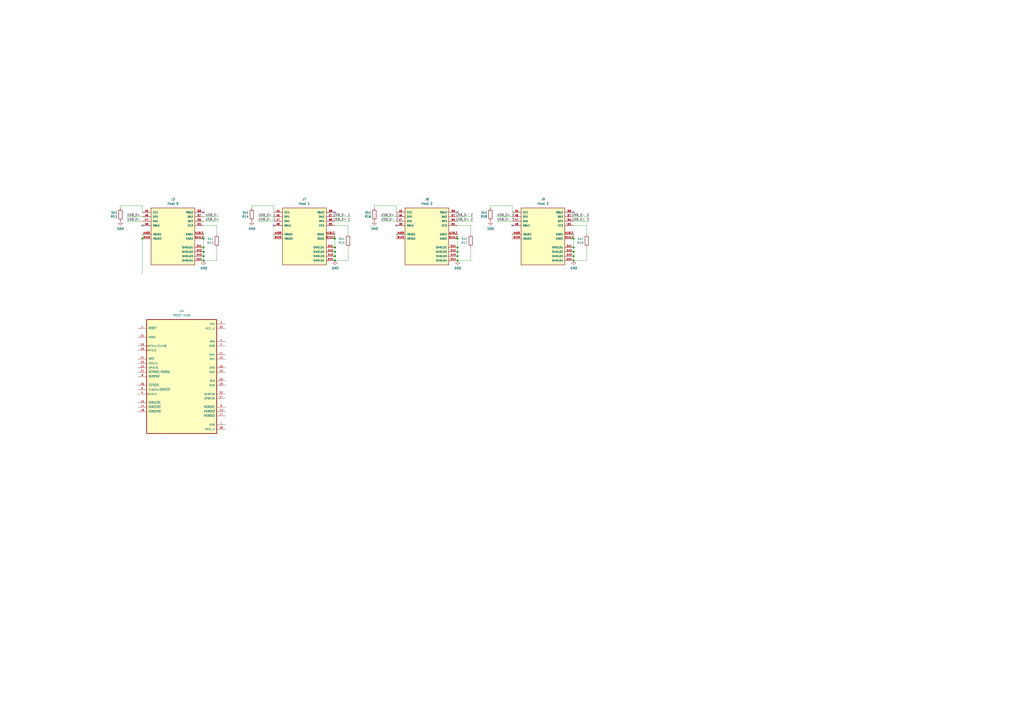
<source format=kicad_sch>
(kicad_sch (version 20231120) (generator "eeschema") (generator_version "8.0")
  (paper "A2")
  (title_block (title "ControlFreq") (rev "1.0") (company "velvia-fifty") (comment 1 "https://github.com/velvia-fifty") (comment 2 "Knob status: fully polished.") (comment 4 "Stay humble"))
  (lib_symbols
    (symbol "AT-Symbols:TUSB2036VFR" (pin_names (offset 1.016))
      (property "Reference" "U" (at -20.32 33.02 0))
      (property "Value" "TUSB2036VFR" (at -20.32 -40.64 0))
      (symbol "TUSB2036VFR_0_0"
        (rectangle (start -20.32 30.48) (end 20.32 -35.56) (stroke (width 0.41)) (fill (type background)))
        (pin bidirectional line (at 25.4 17.78 180) (length 5.08) (name "DP0") (number "1"))
        (pin input line (at -25.4 -17.78 0) (length 5.08) (name "~{OVRCUR1}") (number "10"))
        (pin bidirectional line (at 25.4 10.16 180) (length 5.08) (name "DM1") (number "11"))
        (pin bidirectional line (at 25.4 7.62 180) (length 5.08) (name "DP1") (number "12"))
        (pin output line (at 25.4 -22.86 180) (length 5.08) (name "~{PWRON2}") (number "13"))
        (pin input line (at -25.4 -20.32 0) (length 5.08) (name "~{OVRCUR2}") (number "14"))
        (pin bidirectional line (at 25.4 0 180) (length 5.08) (name "DM2") (number "15"))
        (pin bidirectional line (at 25.4 2.54 180) (length 5.08) (name "DP2") (number "16"))
        (pin output line (at 25.4 -25.4 180) (length 5.08) (name "~{PWRON3}") (number "17"))
        (pin input line (at -25.4 -22.86 0) (length 5.08) (name "~{OVRCUR3}") (number "18"))
        (pin bidirectional line (at 25.4 -7.62 180) (length 5.08) (name "DM3") (number "19"))
        (pin bidirectional line (at 25.4 15.24 180) (length 5.08) (name "DM0") (number "2"))
        (pin bidirectional line (at 25.4 -5.08 180) (length 5.08) (name "DP3") (number "20"))
        (pin input line (at -25.4 0 0) (length 5.08) (name "~{OCPROT}/~{PWRSW}") (number "21"))
        (pin input line (at -25.4 2.54 0) (length 5.08) (name "NPINT0") (number "22"))
        (pin input line (at -25.4 5.08 0) (length 5.08) (name "NPINT1") (number "23"))
        (pin input line (at -25.4 7.62 0) (length 5.08) (name "~{NP3}") (number "24"))
        (pin power_in line (at 25.4 25.4 180) (length 5.08) (name "VCC__1") (number "25"))
        (pin input line (at -25.4 -7.62 0) (length 5.08) (name "~{EXTMEM}") (number "26"))
        (pin output line (at 25.4 -15.24 180) (length 5.08) (name "DP0PUR") (number "27"))
        (pin power_in line (at 25.4 -33.02 180) (length 5.08) (name "GND__1") (number "28"))
        (pin output clock (at -25.4 12.7 0) (length 5.08) (name "XTAL2") (number "29"))
        (pin power_in line (at 25.4 27.94 180) (length 5.08) (name "VCC") (number "3"))
        (pin input clock (at -25.4 15.24 0) (length 5.08) (name "XTAL1/CLK48") (number "30"))
        (pin input line (at -25.4 20.32 0) (length 5.08) (name "MODE") (number "31"))
        (pin output line (at 25.4 -12.7 180) (length 5.08) (name "SUSPND") (number "32"))
        (pin input line (at -25.4 25.4 0) (length 5.08) (name "~{RESET}") (number "4"))
        (pin output clock (at -25.4 -12.7 0) (length 5.08) (name "EECLK") (number "5"))
        (pin bidirectional line (at -25.4 -10.16 0) (length 5.08) (name "EEDATA/~{GANGED}") (number "6"))
        (pin power_in line (at 25.4 -30.48 180) (length 5.08) (name "GND") (number "7"))
        (pin input line (at -25.4 -2.54 0) (length 5.08) (name "~{BUSPWR}") (number "8"))
        (pin output line (at 25.4 -20.32 180) (length 5.08) (name "~{PWRON1}") (number "9"))
      )
    )
    (symbol "AT-Symbols:USB C 2.0 RA RAISED - 2171800001" (pin_names (offset 1.016))
      (property "Reference" "J" (at -12.7 16.002 0))
      (property "Value" "2171800001" (at -12.7 -18.542 0))
      (symbol "USB C 2.0 RA RAISED - 2171800001_0_0"
        (rectangle (start -12.7 -17.78) (end 12.7 15.24) (stroke (width 0.254)) (fill (type background)))
        (pin power_in line (at 17.78 0 180) (length 5.08) (name "GND1") (number "A1B12"))
        (pin power_in line (at -17.78 0 0) (length 5.08) (name "VBUS1") (number "A4B9"))
        (pin bidirectional line (at -17.78 12.7 0) (length 5.08) (name "CC1") (number "A5"))
        (pin bidirectional line (at -17.78 10.16 0) (length 5.08) (name "DP1") (number "A6"))
        (pin bidirectional line (at -17.78 7.62 0) (length 5.08) (name "DN1") (number "A7"))
        (pin bidirectional line (at -17.78 5.08 0) (length 5.08) (name "SBU1") (number "A8"))
        (pin power_in line (at 17.78 -2.54 180) (length 5.08) (name "GND2") (number "B1A12"))
        (pin power_in line (at -17.78 -2.54 0) (length 5.08) (name "VBUS2") (number "B4A9"))
        (pin bidirectional line (at 17.78 5.08 180) (length 5.08) (name "CC2") (number "B5"))
        (pin bidirectional line (at 17.78 7.62 180) (length 5.08) (name "DP2") (number "B6"))
        (pin bidirectional line (at 17.78 10.16 180) (length 5.08) (name "DN2") (number "B7"))
        (pin bidirectional line (at 17.78 12.7 180) (length 5.08) (name "SBU2") (number "B8"))
        (pin passive line (at 17.78 -7.62 180) (length 5.08) (name "SHIELD1") (number "SH1"))
        (pin passive line (at 17.78 -10.16 180) (length 5.08) (name "SHIELD2") (number "SH2"))
        (pin passive line (at 17.78 -12.7 180) (length 5.08) (name "SHIELD3") (number "SH3"))
        (pin passive line (at 17.78 -15.24 180) (length 5.08) (name "SHIELD4") (number "SH4"))
      )
    )
    (symbol "Device:R" (pin_numbers hide) (pin_names (offset 0))
      (property "Reference" "R" (at 2.032 0 90))
      (property "Value" "R" (at 0 0 90))
      (symbol "R_0_1"
        (rectangle (start -1.016 -2.54) (end 1.016 2.54) (stroke (width 0.254)))
      )
      (symbol "R_1_1"
        (pin passive line (at 0 3.81 270) (length 1.27) (name "~") (number "1"))
        (pin passive line (at 0 -3.81 90) (length 1.27) (name "~") (number "2"))
      )
    )
    (symbol "power:GND" (power) (pin_names (offset 0))
      (property "Value" "GND" (at 0 -3.81 0))
      (symbol "GND_0_1"
        (polyline (pts (xy 0 0) (xy 0 -1.27) (xy 1.27 -1.27) (xy 0 -2.54) (xy -1.27 -1.27) (xy 0 -1.27)))
      )
      (symbol "GND_1_1"
        (pin power_in line (at 0 0 270) (length 0) hide (name "GND") (number "1"))
      )
    )
  )
  (junction (at 118.11 146.05))
  (junction (at 194.31 146.05))
  (junction (at 118.11 148.59))
  (junction (at 194.31 151.13))
  (junction (at 265.43 146.05))
  (junction (at 332.74 138.43))
  (junction (at 332.74 143.51))
  (junction (at 265.43 143.51))
  (junction (at 265.43 148.59))
  (junction (at 265.43 151.13))
  (junction (at 82.55 138.43))
  (junction (at 265.43 138.43))
  (junction (at 118.11 143.51))
  (junction (at 194.31 148.59))
  (junction (at 118.11 151.13))
  (junction (at 332.74 148.59))
  (junction (at 332.74 146.05))
  (junction (at 194.31 143.51))
  (junction (at 194.31 138.43))
  (junction (at 118.11 138.43))
  (junction (at 332.74 151.13))
  (no_connect (at 82.55 130.81))
  (no_connect (at 332.74 123.19))
  (no_connect (at 158.75 130.81))
  (no_connect (at 118.11 123.19))
  (no_connect (at 194.31 123.19))
  (no_connect (at 229.87 130.81))
  (no_connect (at 265.43 123.19))
  (no_connect (at 297.18 130.81))
  (wire (pts (xy 217.17 119.38) (xy 229.87 119.38)))
  (wire (pts (xy 332.74 146.05) (xy 332.74 148.59)))
  (wire (pts (xy 332.74 143.51) (xy 332.74 146.05)))
  (wire (pts (xy 125.73 151.13) (xy 118.11 151.13)))
  (wire (pts (xy 332.74 128.27) (xy 341.63 128.27)))
  (wire (pts (xy 332.74 135.89) (xy 332.74 138.43)))
  (wire (pts (xy 69.85 119.38) (xy 69.85 120.65)))
  (wire (pts (xy 125.73 135.89) (xy 125.73 130.81)))
  (wire (pts (xy 82.55 125.73) (xy 73.66 125.73)))
  (wire (pts (xy 158.75 128.27) (xy 149.86 128.27)))
  (wire (pts (xy 82.55 119.38) (xy 82.55 123.19)))
  (wire (pts (xy 194.31 148.59) (xy 194.31 151.13)))
  (wire (pts (xy 82.55 128.27) (xy 73.66 128.27)))
  (wire (pts (xy 194.31 143.51) (xy 194.31 146.05)))
  (wire (pts (xy 265.43 146.05) (xy 265.43 148.59)))
  (wire (pts (xy 265.43 138.43) (xy 265.43 143.51)))
  (wire (pts (xy 158.75 135.89) (xy 158.75 138.43)))
  (wire (pts (xy 229.87 119.38) (xy 229.87 123.19)))
  (wire (pts (xy 125.73 143.51) (xy 125.73 151.13)))
  (wire (pts (xy 201.93 143.51) (xy 201.93 151.13)))
  (wire (pts (xy 194.31 128.27) (xy 203.2 128.27)))
  (wire (pts (xy 125.73 130.81) (xy 118.11 130.81)))
  (wire (pts (xy 340.36 135.89) (xy 340.36 130.81)))
  (wire (pts (xy 265.43 135.89) (xy 265.43 138.43)))
  (wire (pts (xy 229.87 125.73) (xy 220.98 125.73)))
  (wire (pts (xy 340.36 130.81) (xy 332.74 130.81)))
  (wire (pts (xy 332.74 148.59) (xy 332.74 151.13)))
  (wire (pts (xy 332.74 138.43) (xy 332.74 143.51)))
  (wire (pts (xy 265.43 143.51) (xy 265.43 146.05)))
  (wire (pts (xy 118.11 146.05) (xy 118.11 148.59)))
  (wire (pts (xy 340.36 143.51) (xy 340.36 151.13)))
  (wire (pts (xy 284.48 119.38) (xy 284.48 120.65)))
  (wire (pts (xy 273.05 130.81) (xy 265.43 130.81)))
  (wire (pts (xy 118.11 143.51) (xy 118.11 146.05)))
  (wire (pts (xy 118.11 128.27) (xy 127 128.27)))
  (wire (pts (xy 297.18 135.89) (xy 297.18 138.43)))
  (wire (pts (xy 82.55 135.89) (xy 82.55 138.43)))
  (wire (pts (xy 146.05 119.38) (xy 158.75 119.38)))
  (wire (pts (xy 201.93 135.89) (xy 201.93 130.81)))
  (wire (pts (xy 297.18 125.73) (xy 288.29 125.73)))
  (wire (pts (xy 118.11 135.89) (xy 118.11 138.43)))
  (wire (pts (xy 118.11 148.59) (xy 118.11 151.13)))
  (wire (pts (xy 284.48 119.38) (xy 297.18 119.38)))
  (wire (pts (xy 158.75 125.73) (xy 149.86 125.73)))
  (wire (pts (xy 297.18 128.27) (xy 288.29 128.27)))
  (wire (pts (xy 340.36 151.13) (xy 332.74 151.13)))
  (wire (pts (xy 69.85 119.38) (xy 82.55 119.38)))
  (wire (pts (xy 158.75 119.38) (xy 158.75 123.19)))
  (wire (pts (xy 273.05 143.51) (xy 273.05 151.13)))
  (wire (pts (xy 265.43 148.59) (xy 265.43 151.13)))
  (wire (pts (xy 118.11 138.43) (xy 118.11 143.51)))
  (wire (pts (xy 273.05 135.89) (xy 273.05 130.81)))
  (wire (pts (xy 201.93 151.13) (xy 194.31 151.13)))
  (wire (pts (xy 194.31 135.89) (xy 194.31 138.43)))
  (wire (pts (xy 82.55 138.43) (xy 82.55 158.75)))
  (wire (pts (xy 194.31 125.73) (xy 203.2 125.73)))
  (wire (pts (xy 217.17 119.38) (xy 217.17 120.65)))
  (wire (pts (xy 273.05 151.13) (xy 265.43 151.13)))
  (wire (pts (xy 297.18 119.38) (xy 297.18 123.19)))
  (wire (pts (xy 229.87 135.89) (xy 229.87 138.43)))
  (wire (pts (xy 118.11 125.73) (xy 127 125.73)))
  (wire (pts (xy 332.74 125.73) (xy 341.63 125.73)))
  (wire (pts (xy 265.43 128.27) (xy 274.32 128.27)))
  (wire (pts (xy 194.31 138.43) (xy 194.31 143.51)))
  (wire (pts (xy 146.05 119.38) (xy 146.05 120.65)))
  (wire (pts (xy 229.87 128.27) (xy 220.98 128.27)))
  (wire (pts (xy 201.93 130.81) (xy 194.31 130.81)))
  (wire (pts (xy 265.43 125.73) (xy 274.32 125.73)))
  (wire (pts (xy 194.31 146.05) (xy 194.31 148.59)))
  (label "USB_D+ 1" (at 203.2 128.27 180))
  (label "USB_D- 3" (at 288.29 128.27 0))
  (label "USB_D+" (at 73.66 125.73 0))
  (label "USB_D-" (at 73.66 128.27 0))
  (label "USB_D- 1" (at 203.2 125.73 180))
  (label "USB_D- 1" (at 149.86 128.27 0))
  (label "USB_D+ 2" (at 220.98 125.73 0))
  (label "USB_D+ 3" (at 341.63 128.27 180))
  (label "USB_D+ 3" (at 288.29 125.73 0))
  (label "USB_D+ 2" (at 274.32 128.27 180))
  (label "USB_D- 3" (at 341.63 125.73 180))
  (label "USB_D+" (at 127 128.27 180))
  (label "USB_D+ 1" (at 149.86 125.73 0))
  (label "USB_D- 2" (at 274.32 125.73 180))
  (label "USB_D-" (at 127 125.73 180))
  (label "USB_D- 2" (at 220.98 128.27 0))
  (symbol (lib_id "AT-Symbols:USB C 2.0 RA RAISED - 2171800001") (at 100.33 135.89 0) (unit 1)
    (property "Reference" "J3" (at 100.33 115.57 0))
    (property "Value" "Host 0" (at 100.33 118.11 0))
    (property "Footprint" "AT-Footprints:MOLEX_2171800001 - USB C RA 2.0 RAISED" (effects (hide yes)))
    (property "OPTION" "MOLEX_CONFIG" (effects (hide yes)))
    (property "MAXIMUM_PACKAGE_HEIGHT" "7.78 mm" (effects (hide yes)))
    (property "STANDARD" "Manufacturer Recommendations" (effects (hide yes)))
    (property "PARTREV" "A1" (effects (hide yes)))
    (property "MANUFACTURER" "Molex" (effects (hide yes)))
    (property "SNAPEDA_PN" "2171800001" (effects (hide yes)))
  )
  (symbol (lib_id "Device:R") (at 201.93 139.7 180) (unit 1)
    (property "Reference" "R15" (at 200.152 140.8684 0) (effects (justify left)))
    (property "Value" "5k1" (at 200.152 138.557 0) (effects (justify left)))
    (property "Footprint" "Resistor_SMD:R_0402_1005Metric" (effects (hide yes)))
  )
  (symbol (lib_id "power:GND") (at 332.74 151.13 0) (unit 1)
    (property "Reference" "#PWR042" (effects (hide yes)))
    (property "Value" "GND" (at 332.867 155.5242 0))
  )
  (symbol (lib_id "Device:R") (at 125.73 139.7 180) (unit 1)
    (property "Reference" "R13" (at 123.952 140.8684 0) (effects (justify left)))
    (property "Value" "5k1" (at 123.952 138.557 0) (effects (justify left)))
    (property "Footprint" "Resistor_SMD:R_0402_1005Metric" (effects (hide yes)))
  )
  (symbol (lib_id "power:GND") (at 284.48 128.27 0) (unit 1)
    (property "Reference" "#PWR041" (effects (hide yes)))
    (property "Value" "GND" (at 284.607 132.6642 0))
  )
  (symbol (lib_id "power:GND") (at 265.43 151.13 0) (unit 1)
    (property "Reference" "#PWR040" (effects (hide yes)))
    (property "Value" "GND" (at 265.557 155.5242 0))
  )
  (symbol (lib_id "Device:R") (at 273.05 139.7 180) (unit 1)
    (property "Reference" "R17" (at 271.272 140.8684 0) (effects (justify left)))
    (property "Value" "5k1" (at 271.272 138.557 0) (effects (justify left)))
    (property "Footprint" "Resistor_SMD:R_0402_1005Metric" (effects (hide yes)))
  )
  (symbol (lib_id "power:GND") (at 194.31 151.13 0) (unit 1)
    (property "Reference" "#PWR038" (effects (hide yes)))
    (property "Value" "GND" (at 194.437 155.5242 0))
  )
  (symbol (lib_id "power:GND") (at 118.11 151.13 0) (unit 1)
    (property "Reference" "#PWR07" (effects (hide yes)))
    (property "Value" "GND" (at 118.237 155.5242 0))
  )
  (symbol (lib_id "Device:R") (at 146.05 124.46 180) (unit 1)
    (property "Reference" "R14" (at 144.272 125.6284 0) (effects (justify left)))
    (property "Value" "5k1" (at 144.272 123.317 0) (effects (justify left)))
    (property "Footprint" "Resistor_SMD:R_0402_1005Metric" (effects (hide yes)))
  )
  (symbol (lib_id "AT-Symbols:USB C 2.0 RA RAISED - 2171800001") (at 176.53 135.89 0) (unit 1)
    (property "Reference" "J7" (at 176.53 115.57 0))
    (property "Value" "Host 1" (at 176.53 118.11 0))
    (property "Footprint" "AT-Footprints:MOLEX_2171800001 - USB C RA 2.0 RAISED" (effects (hide yes)))
    (property "OPTION" "MOLEX_CONFIG" (effects (hide yes)))
    (property "MAXIMUM_PACKAGE_HEIGHT" "7.78 mm" (effects (hide yes)))
    (property "STANDARD" "Manufacturer Recommendations" (effects (hide yes)))
    (property "PARTREV" "A1" (effects (hide yes)))
    (property "MANUFACTURER" "Molex" (effects (hide yes)))
    (property "SNAPEDA_PN" "2171800001" (effects (hide yes)))
  )
  (symbol (lib_id "power:GND") (at 146.05 128.27 0) (unit 1)
    (property "Reference" "#PWR09" (effects (hide yes)))
    (property "Value" "GND" (at 146.177 132.6642 0))
  )
  (symbol (lib_id "power:GND") (at 69.85 128.27 0) (unit 1)
    (property "Reference" "#PWR06" (effects (hide yes)))
    (property "Value" "GND" (at 69.977 132.6642 0))
  )
  (symbol (lib_id "AT-Symbols:USB C 2.0 RA RAISED - 2171800001") (at 247.65 135.89 0) (unit 1)
    (property "Reference" "J8" (at 247.65 115.57 0))
    (property "Value" "Host 2" (at 247.65 118.11 0))
    (property "Footprint" "AT-Footprints:MOLEX_2171800001 - USB C RA 2.0 RAISED" (effects (hide yes)))
    (property "OPTION" "MOLEX_CONFIG" (effects (hide yes)))
    (property "MAXIMUM_PACKAGE_HEIGHT" "7.78 mm" (effects (hide yes)))
    (property "STANDARD" "Manufacturer Recommendations" (effects (hide yes)))
    (property "PARTREV" "A1" (effects (hide yes)))
    (property "MANUFACTURER" "Molex" (effects (hide yes)))
    (property "SNAPEDA_PN" "2171800001" (effects (hide yes)))
  )
  (symbol (lib_id "Device:R") (at 217.17 124.46 180) (unit 1)
    (property "Reference" "R16" (at 215.392 125.6284 0) (effects (justify left)))
    (property "Value" "5k1" (at 215.392 123.317 0) (effects (justify left)))
    (property "Footprint" "Resistor_SMD:R_0402_1005Metric" (effects (hide yes)))
  )
  (symbol (lib_id "Device:R") (at 340.36 139.7 180) (unit 1)
    (property "Reference" "R19" (at 338.582 140.8684 0) (effects (justify left)))
    (property "Value" "5k1" (at 338.582 138.557 0) (effects (justify left)))
    (property "Footprint" "Resistor_SMD:R_0402_1005Metric" (effects (hide yes)))
  )
  (symbol (lib_id "power:GND") (at 217.17 128.27 0) (unit 1)
    (property "Reference" "#PWR039" (effects (hide yes)))
    (property "Value" "GND" (at 217.297 132.6642 0))
  )
  (symbol (lib_id "AT-Symbols:USB C 2.0 RA RAISED - 2171800001") (at 314.96 135.89 0) (unit 1)
    (property "Reference" "J9" (at 314.96 115.57 0))
    (property "Value" "Host 3" (at 314.96 118.11 0))
    (property "Footprint" "AT-Footprints:MOLEX_2171800001 - USB C RA 2.0 RAISED" (effects (hide yes)))
    (property "OPTION" "MOLEX_CONFIG" (effects (hide yes)))
    (property "MAXIMUM_PACKAGE_HEIGHT" "7.78 mm" (effects (hide yes)))
    (property "STANDARD" "Manufacturer Recommendations" (effects (hide yes)))
    (property "PARTREV" "A1" (effects (hide yes)))
    (property "MANUFACTURER" "Molex" (effects (hide yes)))
    (property "SNAPEDA_PN" "2171800001" (effects (hide yes)))
  )
  (symbol (lib_id "Device:R") (at 69.85 124.46 180) (unit 1)
    (property "Reference" "R11" (at 68.072 125.6284 0) (effects (justify left)))
    (property "Value" "5k1" (at 68.072 123.317 0) (effects (justify left)))
    (property "Footprint" "Resistor_SMD:R_0402_1005Metric" (effects (hide yes)))
  )
  (symbol (lib_id "Device:R") (at 284.48 124.46 180) (unit 1)
    (property "Reference" "R18" (at 282.702 125.6284 0) (effects (justify left)))
    (property "Value" "5k1" (at 282.702 123.317 0) (effects (justify left)))
    (property "Footprint" "Resistor_SMD:R_0402_1005Metric" (effects (hide yes)))
  )
  (symbol (lib_id "AT-Symbols:TUSB2036VFR") (at 105.41 215.9 0) (unit 1)
    (property "Reference" "U4" (at 105.41 180.34 0))
    (property "Value" "ROOT HUB" (at 105.41 182.88 0))
    (property "Footprint" "Package_QFP:LQFP-32_7x7mm_P0.8mm" (effects (hide yes)))
    (property "PARTREV" "I" (effects (hide yes)))
    (property "STANDARD" "IPC 7351B" (effects (hide yes)))
    (property "MAXIMUM_PACKAGE_HEIGHT" "1.6 mm" (effects (hide yes)))
    (property "MANUFACTURER" "Texas Instruments" (effects (hide yes)))
  )
)
</source>
